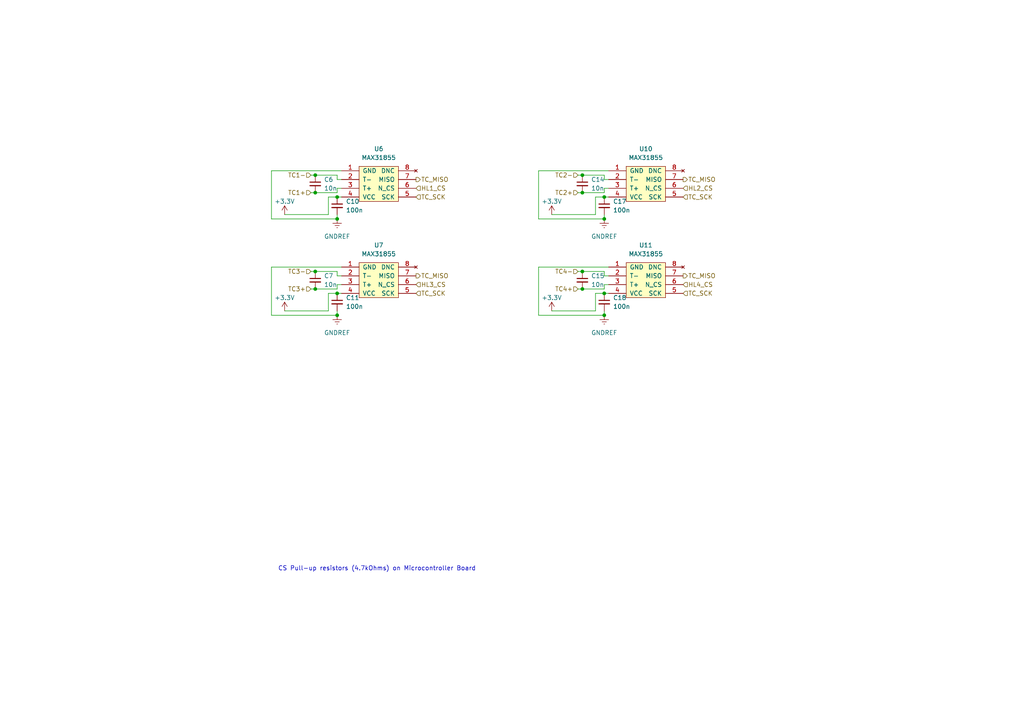
<source format=kicad_sch>
(kicad_sch (version 20250114) (generator "eeschema") (generator_version "9.0")
  (paper "A4")
  (lib_symbols
    (symbol "NYSEARCH:C_Small" (pin_numbers (hide yes)) (pin_names (offset 0.254) (hide yes))
      (property "Reference" "C" (at 0.254 1.778 0))
      (property "Value" "C_Small" (at 0.254 -2.032 0))
      (symbol "C_Small_0_1"
        (polyline (pts (xy -1.524 0.508) (xy 1.524 0.508)) (stroke (width 0.3048)))
        (polyline (pts (xy -1.524 -0.508) (xy 1.524 -0.508)) (stroke (width 0.3302)))
      )
      (symbol "C_Small_1_1"
        (pin passive line (at 0 2.54 270) (length 2.032) (name "~") (number "1"))
        (pin passive line (at 0 -2.54 90) (length 2.032) (name "~") (number "2"))
      )
    )
    (symbol "NYSEARCH:MAX31855" (pin_names (offset 1.016))
      (property "Reference" "U" (at 0 1.27 0))
      (property "Value" "MAX31855" (at 8.89 1.27 0))
      (symbol "MAX31855_0_1"
        (rectangle (start 0 -10.16) (end 11.43 0) (fill (type background)))
      )
      (symbol "MAX31855_1_1"
        (pin power_in line (at -5.08 -1.27 0) (length 5.08) (name "GND") (number "1"))
        (pin input line (at -5.08 -3.81 0) (length 5.08) (name "T-") (number "2"))
        (pin input line (at -5.08 -6.35 0) (length 5.08) (name "T+") (number "3"))
        (pin power_in line (at -5.08 -8.89 0) (length 5.08) (name "VCC") (number "4"))
        (pin no_connect line (at 16.51 -1.27 180) (length 5.08) (name "DNC") (number "8"))
        (pin input line (at 16.51 -3.81 180) (length 5.08) (name "MISO") (number "7"))
        (pin input line (at 16.51 -6.35 180) (length 5.08) (name "N_CS") (number "6"))
        (pin input line (at 16.51 -8.89 180) (length 5.08) (name "SCK") (number "5"))
      )
    )
    (symbol "power:+3.3V" (power) (pin_names (offset 0))
      (property "Value" "+3.3V" (at 0 3.556 0))
      (symbol "+3.3V_0_1"
        (polyline (pts (xy -0.762 1.27) (xy 0 2.54)))
        (polyline (pts (xy 0 2.54) (xy 0.762 1.27)))
        (polyline (pts (xy 0 0) (xy 0 2.54)))
      )
      (symbol "+3.3V_1_1"
        (pin power_in line (at 0 0 90) (length 0) (hide yes) (name "+3.3V") (number "1"))
      )
    )
    (symbol "power:GNDREF" (power) (pin_names (offset 0))
      (property "Value" "GNDREF" (at 0 -3.81 0))
      (symbol "GNDREF_0_1"
        (polyline (pts (xy -0.635 -1.905) (xy 0.635 -1.905)))
        (polyline (pts (xy -0.127 -2.54) (xy 0.127 -2.54)))
        (polyline (pts (xy 0 -1.27) (xy 0 0)))
        (polyline (pts (xy 1.27 -1.27) (xy -1.27 -1.27)))
      )
      (symbol "GNDREF_1_1"
        (pin power_in line (at 0 0 270) (length 0) (hide yes) (name "GNDREF") (number "1"))
      )
    )
  )
  (text "CS Pull-up resistors (4.7kOhms) on Microcontroller Board" (at 80.645 165.735 0) (effects (font (size 1.27 1.27)) (justify left bottom)))
  (junction (at 91.44 55.88))
  (junction (at 175.26 63.5))
  (junction (at 91.44 83.82))
  (junction (at 91.44 78.74))
  (junction (at 97.79 91.44))
  (junction (at 175.26 91.44))
  (junction (at 168.91 55.88))
  (junction (at 97.79 63.5))
  (junction (at 175.26 85.09))
  (junction (at 97.79 57.15))
  (junction (at 168.91 50.8))
  (junction (at 91.44 50.8))
  (junction (at 168.91 78.74))
  (junction (at 97.79 85.09))
  (junction (at 168.91 83.82))
  (junction (at 175.26 57.15))
  (wire (pts (xy 97.79 52.07) (xy 97.79 50.8)))
  (wire (pts (xy 95.25 62.23) (xy 95.25 57.15)))
  (wire (pts (xy 97.79 63.5) (xy 78.74 63.5)))
  (wire (pts (xy 172.72 62.23) (xy 172.72 57.15)))
  (wire (pts (xy 175.26 52.07) (xy 175.26 50.8)))
  (wire (pts (xy 78.74 91.44) (xy 78.74 77.47)))
  (wire (pts (xy 175.26 57.15) (xy 176.53 57.15)))
  (wire (pts (xy 78.74 77.47) (xy 99.06 77.47)))
  (wire (pts (xy 90.17 83.82) (xy 91.44 83.82)))
  (wire (pts (xy 97.79 62.23) (xy 97.79 63.5)))
  (wire (pts (xy 175.26 62.23) (xy 175.26 63.5)))
  (wire (pts (xy 175.26 90.17) (xy 175.26 91.44)))
  (wire (pts (xy 176.53 52.07) (xy 175.26 52.07)))
  (wire (pts (xy 99.06 52.07) (xy 97.79 52.07)))
  (wire (pts (xy 97.79 54.61) (xy 97.79 55.88)))
  (wire (pts (xy 172.72 85.09) (xy 175.26 85.09)))
  (wire (pts (xy 95.25 85.09) (xy 97.79 85.09)))
  (wire (pts (xy 156.21 49.53) (xy 176.53 49.53)))
  (wire (pts (xy 97.79 83.82) (xy 91.44 83.82)))
  (wire (pts (xy 175.26 78.74) (xy 168.91 78.74)))
  (wire (pts (xy 82.55 62.23) (xy 95.25 62.23)))
  (wire (pts (xy 78.74 49.53) (xy 99.06 49.53)))
  (wire (pts (xy 160.02 62.23) (xy 172.72 62.23)))
  (wire (pts (xy 167.64 55.88) (xy 168.91 55.88)))
  (wire (pts (xy 176.53 80.01) (xy 175.26 80.01)))
  (wire (pts (xy 175.26 82.55) (xy 175.26 83.82)))
  (wire (pts (xy 156.21 77.47) (xy 176.53 77.47)))
  (wire (pts (xy 90.17 78.74) (xy 91.44 78.74)))
  (wire (pts (xy 99.06 80.01) (xy 97.79 80.01)))
  (wire (pts (xy 175.26 91.44) (xy 156.21 91.44)))
  (wire (pts (xy 175.26 80.01) (xy 175.26 78.74)))
  (wire (pts (xy 97.79 55.88) (xy 91.44 55.88)))
  (wire (pts (xy 97.79 80.01) (xy 97.79 78.74)))
  (wire (pts (xy 95.25 90.17) (xy 95.25 85.09)))
  (wire (pts (xy 172.72 57.15) (xy 175.26 57.15)))
  (wire (pts (xy 175.26 85.09) (xy 176.53 85.09)))
  (wire (pts (xy 156.21 63.5) (xy 156.21 49.53)))
  (wire (pts (xy 97.79 82.55) (xy 97.79 83.82)))
  (wire (pts (xy 97.79 85.09) (xy 99.06 85.09)))
  (wire (pts (xy 97.79 57.15) (xy 99.06 57.15)))
  (wire (pts (xy 90.17 55.88) (xy 91.44 55.88)))
  (wire (pts (xy 97.79 91.44) (xy 78.74 91.44)))
  (wire (pts (xy 175.26 55.88) (xy 168.91 55.88)))
  (wire (pts (xy 97.79 90.17) (xy 97.79 91.44)))
  (wire (pts (xy 156.21 91.44) (xy 156.21 77.47)))
  (wire (pts (xy 175.26 50.8) (xy 168.91 50.8)))
  (wire (pts (xy 175.26 63.5) (xy 156.21 63.5)))
  (wire (pts (xy 97.79 50.8) (xy 91.44 50.8)))
  (wire (pts (xy 95.25 57.15) (xy 97.79 57.15)))
  (wire (pts (xy 176.53 82.55) (xy 175.26 82.55)))
  (wire (pts (xy 176.53 54.61) (xy 175.26 54.61)))
  (wire (pts (xy 78.74 63.5) (xy 78.74 49.53)))
  (wire (pts (xy 99.06 54.61) (xy 97.79 54.61)))
  (wire (pts (xy 172.72 90.17) (xy 172.72 85.09)))
  (wire (pts (xy 99.06 82.55) (xy 97.79 82.55)))
  (wire (pts (xy 160.02 90.17) (xy 172.72 90.17)))
  (wire (pts (xy 167.64 78.74) (xy 168.91 78.74)))
  (wire (pts (xy 167.64 50.8) (xy 168.91 50.8)))
  (wire (pts (xy 82.55 90.17) (xy 95.25 90.17)))
  (wire (pts (xy 175.26 54.61) (xy 175.26 55.88)))
  (wire (pts (xy 97.79 78.74) (xy 91.44 78.74)))
  (wire (pts (xy 167.64 83.82) (xy 168.91 83.82)))
  (wire (pts (xy 90.17 50.8) (xy 91.44 50.8)))
  (wire (pts (xy 175.26 83.82) (xy 168.91 83.82)))
  (hierarchical_label "TC_SCK" (shape input) (at 120.65 85.09 0))
  (hierarchical_label "TC_MISO" (shape output) (at 198.12 80.01 0))
  (hierarchical_label "TC_SCK" (shape input) (at 198.12 57.15 0))
  (hierarchical_label "TC_MISO" (shape output) (at 120.65 80.01 0))
  (hierarchical_label "HL2_CS" (shape input) (at 198.12 54.61 0))
  (hierarchical_label "TC_SCK" (shape input) (at 120.65 57.15 0))
  (hierarchical_label "HL4_CS" (shape input) (at 198.12 82.55 0))
  (hierarchical_label "TC2-" (shape input) (at 167.64 50.8 180))
  (hierarchical_label "TC_MISO" (shape output) (at 198.12 52.07 0))
  (hierarchical_label "HL3_CS" (shape input) (at 120.65 82.55 0))
  (hierarchical_label "TC1+" (shape input) (at 90.17 55.88 180))
  (hierarchical_label "TC4+" (shape input) (at 167.64 83.82 180))
  (hierarchical_label "TC_MISO" (shape output) (at 120.65 52.07 0))
  (hierarchical_label "TC1-" (shape input) (at 90.17 50.8 180))
  (hierarchical_label "TC3+" (shape input) (at 90.17 83.82 180))
  (hierarchical_label "HL1_CS" (shape input) (at 120.65 54.61 0))
  (hierarchical_label "TC4-" (shape input) (at 167.64 78.74 180))
  (hierarchical_label "TC_SCK" (shape input) (at 198.12 85.09 0))
  (hierarchical_label "TC3-" (shape input) (at 90.17 78.74 180))
  (hierarchical_label "TC2+" (shape input) (at 167.64 55.88 180))
  (symbol (lib_id "power:GNDREF") (at 175.26 91.44 0) (unit 1)
    (property "Reference" "#PWR032" (effects (hide yes)))
    (property "Value" "GNDREF" (at 175.26 96.52 0))
  )
  (symbol (lib_id "NYSEARCH:MAX31855") (at 181.61 76.2 0) (unit 1)
    (property "Reference" "U11" (at 187.325 71.12 0))
    (property "Value" "MAX31855" (at 187.325 73.66 0))
    (property "Footprint" "NYSEARCH:SO-8_Maxim" (effects (hide yes)))
    (property "Datasheet" "https://datasheets.maximintegrated.com/en/ds/MAX31855.pdf" (effects (hide yes)))
  )
  (symbol (lib_id "NYSEARCH:C_Small") (at 97.79 59.69 0) (unit 1)
    (property "Reference" "C10" (at 100.33 58.4263 0) (effects (justify left)))
    (property "Value" "100n" (at 100.33 60.9663 0) (effects (justify left)))
    (property "Footprint" "NYSEARCH:C_0603_1608Metric_HandSolder" (effects (hide yes)))
  )
  (symbol (lib_id "power:GNDREF") (at 175.26 63.5 0) (unit 1)
    (property "Reference" "#PWR031" (effects (hide yes)))
    (property "Value" "GNDREF" (at 175.26 68.58 0))
  )
  (symbol (lib_id "NYSEARCH:MAX31855") (at 104.14 48.26 0) (unit 1)
    (property "Reference" "U6" (at 109.855 43.18 0))
    (property "Value" "MAX31855" (at 109.855 45.72 0))
    (property "Footprint" "NYSEARCH:SO-8_Maxim" (effects (hide yes)))
    (property "Datasheet" "https://datasheets.maximintegrated.com/en/ds/MAX31855.pdf" (effects (hide yes)))
  )
  (symbol (lib_id "NYSEARCH:C_Small") (at 97.79 87.63 0) (unit 1)
    (property "Reference" "C11" (at 100.33 86.3663 0) (effects (justify left)))
    (property "Value" "100n" (at 100.33 88.9063 0) (effects (justify left)))
    (property "Footprint" "NYSEARCH:C_0603_1608Metric_HandSolder" (effects (hide yes)))
  )
  (symbol (lib_id "power:+3.3V") (at 82.55 62.23 0) (unit 1)
    (property "Reference" "#PWR016" (effects (hide yes)))
    (property "Value" "+3.3V" (at 82.55 58.42 0))
  )
  (symbol (lib_id "NYSEARCH:C_Small") (at 168.91 53.34 0) (unit 1)
    (property "Reference" "C14" (at 171.45 52.0763 0) (effects (justify left)))
    (property "Value" "10n" (at 171.45 54.6163 0) (effects (justify left)))
    (property "Footprint" "NYSEARCH:C_0603_1608Metric_HandSolder" (effects (hide yes)))
  )
  (symbol (lib_id "power:+3.3V") (at 160.02 62.23 0) (unit 1)
    (property "Reference" "#PWR028" (effects (hide yes)))
    (property "Value" "+3.3V" (at 160.02 58.42 0))
  )
  (symbol (lib_id "NYSEARCH:C_Small") (at 91.44 53.34 0) (unit 1)
    (property "Reference" "C6" (at 93.98 52.0763 0) (effects (justify left)))
    (property "Value" "10n" (at 93.98 54.6163 0) (effects (justify left)))
    (property "Footprint" "NYSEARCH:C_0603_1608Metric_HandSolder" (effects (hide yes)))
  )
  (symbol (lib_id "power:+3.3V") (at 82.55 90.17 0) (unit 1)
    (property "Reference" "#PWR017" (effects (hide yes)))
    (property "Value" "+3.3V" (at 82.55 86.36 0))
  )
  (symbol (lib_id "NYSEARCH:C_Small") (at 175.26 59.69 0) (unit 1)
    (property "Reference" "C17" (at 177.8 58.4263 0) (effects (justify left)))
    (property "Value" "100n" (at 177.8 60.9663 0) (effects (justify left)))
    (property "Footprint" "NYSEARCH:C_0603_1608Metric_HandSolder" (effects (hide yes)))
  )
  (symbol (lib_id "NYSEARCH:C_Small") (at 168.91 81.28 0) (unit 1)
    (property "Reference" "C15" (at 171.45 80.0163 0) (effects (justify left)))
    (property "Value" "10n" (at 171.45 82.5563 0) (effects (justify left)))
    (property "Footprint" "NYSEARCH:C_0603_1608Metric_HandSolder" (effects (hide yes)))
  )
  (symbol (lib_id "power:+3.3V") (at 160.02 90.17 0) (unit 1)
    (property "Reference" "#PWR029" (effects (hide yes)))
    (property "Value" "+3.3V" (at 160.02 86.36 0))
  )
  (symbol (lib_id "NYSEARCH:MAX31855") (at 104.14 76.2 0) (unit 1)
    (property "Reference" "U7" (at 109.855 71.12 0))
    (property "Value" "MAX31855" (at 109.855 73.66 0))
    (property "Footprint" "NYSEARCH:SO-8_Maxim" (effects (hide yes)))
    (property "Datasheet" "https://datasheets.maximintegrated.com/en/ds/MAX31855.pdf" (effects (hide yes)))
  )
  (symbol (lib_id "power:GNDREF") (at 97.79 91.44 0) (unit 1)
    (property "Reference" "#PWR021" (effects (hide yes)))
    (property "Value" "GNDREF" (at 97.79 96.52 0))
  )
  (symbol (lib_id "NYSEARCH:C_Small") (at 91.44 81.28 0) (unit 1)
    (property "Reference" "C7" (at 93.98 80.0163 0) (effects (justify left)))
    (property "Value" "10n" (at 93.98 82.5563 0) (effects (justify left)))
    (property "Footprint" "NYSEARCH:C_0603_1608Metric_HandSolder" (effects (hide yes)))
  )
  (symbol (lib_id "power:GNDREF") (at 97.79 63.5 0) (unit 1)
    (property "Reference" "#PWR020" (effects (hide yes)))
    (property "Value" "GNDREF" (at 97.79 68.58 0))
  )
  (symbol (lib_id "NYSEARCH:MAX31855") (at 181.61 48.26 0) (unit 1)
    (property "Reference" "U10" (at 187.325 43.18 0))
    (property "Value" "MAX31855" (at 187.325 45.72 0))
    (property "Footprint" "NYSEARCH:SO-8_Maxim" (effects (hide yes)))
    (property "Datasheet" "https://datasheets.maximintegrated.com/en/ds/MAX31855.pdf" (effects (hide yes)))
  )
  (symbol (lib_id "NYSEARCH:C_Small") (at 175.26 87.63 0) (unit 1)
    (property "Reference" "C18" (at 177.8 86.3663 0) (effects (justify left)))
    (property "Value" "100n" (at 177.8 88.9063 0) (effects (justify left)))
    (property "Footprint" "NYSEARCH:C_0603_1608Metric_HandSolder" (effects (hide yes)))
  )
)
</source>
